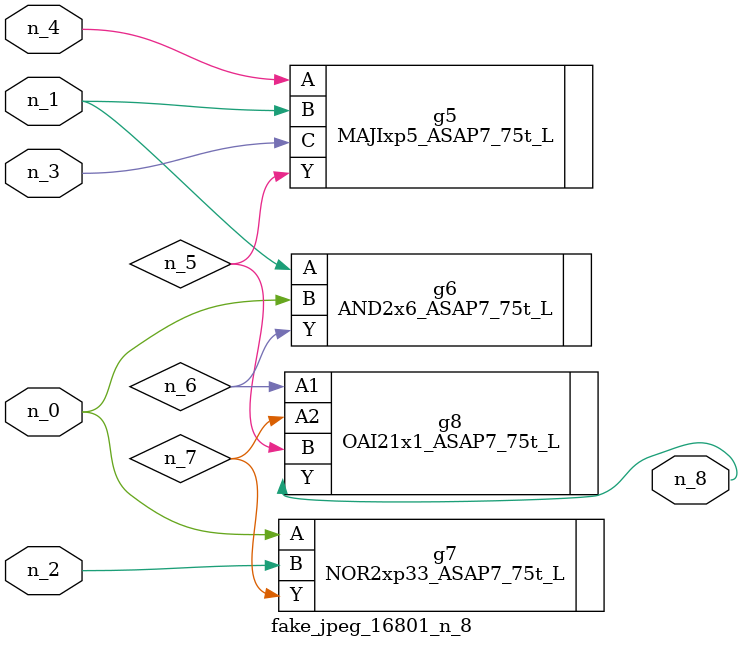
<source format=v>
module fake_jpeg_16801_n_8 (n_3, n_2, n_1, n_0, n_4, n_8);

input n_3;
input n_2;
input n_1;
input n_0;
input n_4;

output n_8;

wire n_6;
wire n_5;
wire n_7;

MAJIxp5_ASAP7_75t_L g5 ( 
.A(n_4),
.B(n_1),
.C(n_3),
.Y(n_5)
);

AND2x6_ASAP7_75t_L g6 ( 
.A(n_1),
.B(n_0),
.Y(n_6)
);

NOR2xp33_ASAP7_75t_L g7 ( 
.A(n_0),
.B(n_2),
.Y(n_7)
);

OAI21x1_ASAP7_75t_L g8 ( 
.A1(n_6),
.A2(n_7),
.B(n_5),
.Y(n_8)
);


endmodule
</source>
